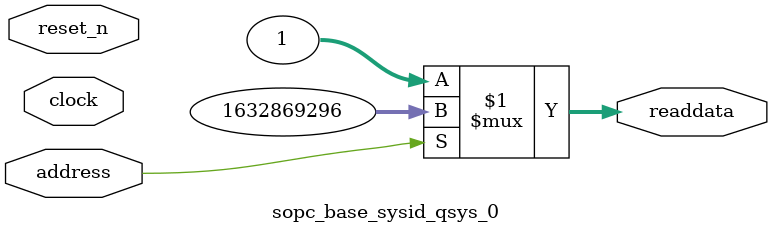
<source format=v>



// synthesis translate_off
`timescale 1ns / 1ps
// synthesis translate_on

// turn off superfluous verilog processor warnings 
// altera message_level Level1 
// altera message_off 10034 10035 10036 10037 10230 10240 10030 

module sopc_base_sysid_qsys_0 (
               // inputs:
                address,
                clock,
                reset_n,

               // outputs:
                readdata
             )
;

  output  [ 31: 0] readdata;
  input            address;
  input            clock;
  input            reset_n;

  wire    [ 31: 0] readdata;
  //control_slave, which is an e_avalon_slave
  assign readdata = address ? 1632869296 : 1;

endmodule



</source>
